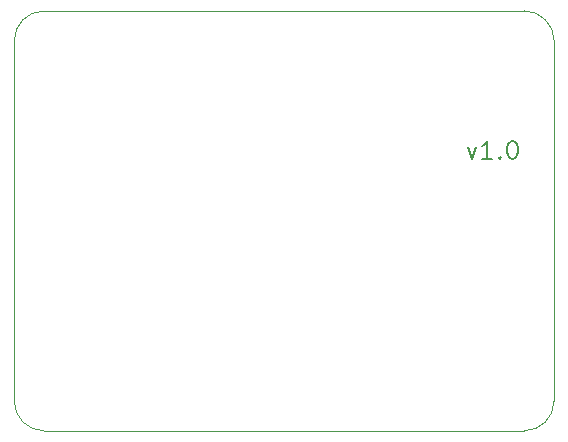
<source format=gbr>
%TF.GenerationSoftware,KiCad,Pcbnew,7.0.5*%
%TF.CreationDate,2023-08-21T09:13:57+09:00*%
%TF.ProjectId,How to make PCB,486f7720-746f-4206-9d61-6b6520504342,rev?*%
%TF.SameCoordinates,Original*%
%TF.FileFunction,Profile,NP*%
%FSLAX46Y46*%
G04 Gerber Fmt 4.6, Leading zero omitted, Abs format (unit mm)*
G04 Created by KiCad (PCBNEW 7.0.5) date 2023-08-21 09:13:57*
%MOMM*%
%LPD*%
G01*
G04 APERTURE LIST*
%ADD10C,0.150000*%
%TA.AperFunction,Profile*%
%ADD11C,0.100000*%
%TD*%
G04 APERTURE END LIST*
D10*
X119692969Y-75008628D02*
X120050112Y-76008628D01*
X120050112Y-76008628D02*
X120407255Y-75008628D01*
X121764398Y-76008628D02*
X120907255Y-76008628D01*
X121335826Y-76008628D02*
X121335826Y-74508628D01*
X121335826Y-74508628D02*
X121192969Y-74722914D01*
X121192969Y-74722914D02*
X121050112Y-74865771D01*
X121050112Y-74865771D02*
X120907255Y-74937200D01*
X122407254Y-75865771D02*
X122478683Y-75937200D01*
X122478683Y-75937200D02*
X122407254Y-76008628D01*
X122407254Y-76008628D02*
X122335826Y-75937200D01*
X122335826Y-75937200D02*
X122407254Y-75865771D01*
X122407254Y-75865771D02*
X122407254Y-76008628D01*
X123407255Y-74508628D02*
X123550112Y-74508628D01*
X123550112Y-74508628D02*
X123692969Y-74580057D01*
X123692969Y-74580057D02*
X123764398Y-74651485D01*
X123764398Y-74651485D02*
X123835826Y-74794342D01*
X123835826Y-74794342D02*
X123907255Y-75080057D01*
X123907255Y-75080057D02*
X123907255Y-75437200D01*
X123907255Y-75437200D02*
X123835826Y-75722914D01*
X123835826Y-75722914D02*
X123764398Y-75865771D01*
X123764398Y-75865771D02*
X123692969Y-75937200D01*
X123692969Y-75937200D02*
X123550112Y-76008628D01*
X123550112Y-76008628D02*
X123407255Y-76008628D01*
X123407255Y-76008628D02*
X123264398Y-75937200D01*
X123264398Y-75937200D02*
X123192969Y-75865771D01*
X123192969Y-75865771D02*
X123121540Y-75722914D01*
X123121540Y-75722914D02*
X123050112Y-75437200D01*
X123050112Y-75437200D02*
X123050112Y-75080057D01*
X123050112Y-75080057D02*
X123121540Y-74794342D01*
X123121540Y-74794342D02*
X123192969Y-74651485D01*
X123192969Y-74651485D02*
X123264398Y-74580057D01*
X123264398Y-74580057D02*
X123407255Y-74508628D01*
D11*
X83820000Y-99060000D02*
X124460000Y-99060000D01*
X81280000Y-66040000D02*
X81280000Y-96520000D01*
X124460000Y-63500000D02*
X83820000Y-63500000D01*
X127000000Y-66040000D02*
X127000000Y-96520000D01*
X124460000Y-99060000D02*
G75*
G03*
X127000000Y-96520000I0J2540000D01*
G01*
X81280000Y-96520000D02*
G75*
G03*
X83820000Y-99060000I2540000J0D01*
G01*
X83820000Y-63500000D02*
G75*
G03*
X81280000Y-66040000I0J-2540000D01*
G01*
X127000000Y-66040000D02*
G75*
G03*
X124460000Y-63500000I-2540000J0D01*
G01*
M02*

</source>
